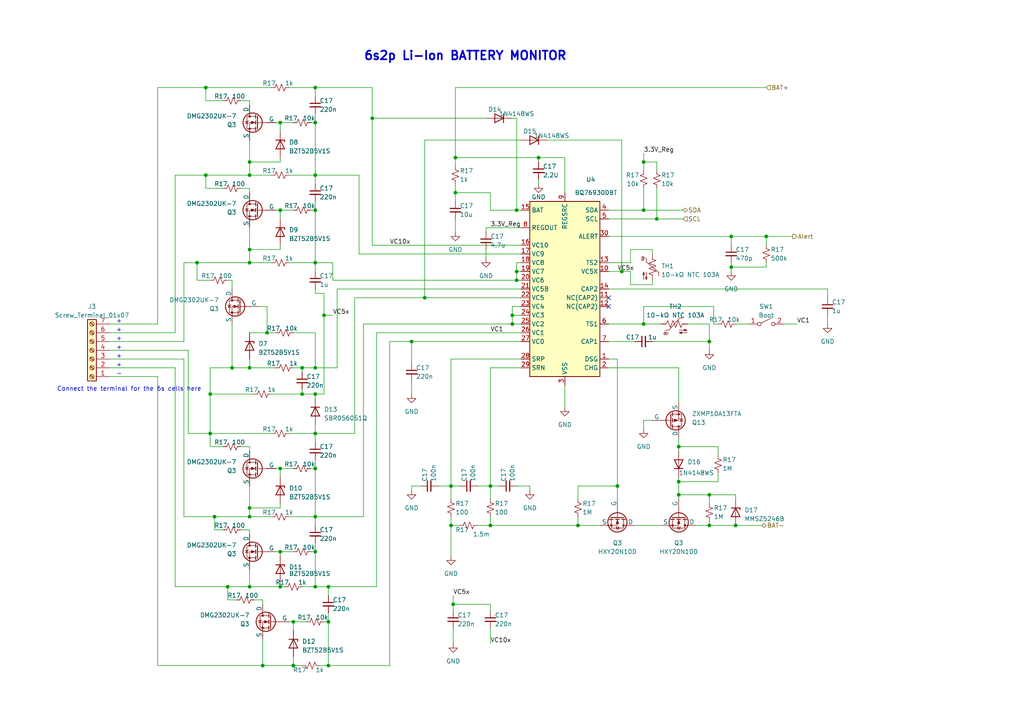
<source format=kicad_sch>
(kicad_sch (version 20230121) (generator eeschema)
  (paper "A4")
  (junction (at 93.98 91.44))
  (junction (at 72.39 170.18))
  (junction (at 91.44 76.2))
  (junction (at 205.74 152.4))
  (junction (at 95.25 193.04))
  (junction (at 130.81 152.4))
  (junction (at 91.44 149.86))
  (junction (at 91.44 35.56))
  (junction (at 67.31 106.68))
  (junction (at 81.28 60.96))
  (junction (at 60.96 125.73))
  (junction (at 132.08 45.72))
  (junction (at 132.08 55.88))
  (junction (at 91.44 25.4))
  (junction (at 91.44 114.3))
  (junction (at 142.24 152.4))
  (junction (at 72.39 50.8))
  (junction (at 87.63 114.3))
  (junction (at 60.96 114.3))
  (junction (at 196.85 143.51))
  (junction (at 72.39 147.32))
  (junction (at 72.39 72.39))
  (junction (at 87.63 106.68))
  (junction (at 77.47 96.52))
  (junction (at 81.28 160.02))
  (junction (at 62.23 149.86))
  (junction (at 222.25 68.58))
  (junction (at 95.25 170.18))
  (junction (at 212.09 68.58))
  (junction (at 76.2 193.04))
  (junction (at 66.04 170.18))
  (junction (at 196.85 139.7))
  (junction (at 186.69 93.98))
  (junction (at 91.44 160.02))
  (junction (at 205.74 99.06))
  (junction (at 91.44 50.8))
  (junction (at 156.21 45.72))
  (junction (at 167.64 152.4))
  (junction (at 123.19 86.36))
  (junction (at 81.28 135.89))
  (junction (at 205.74 143.51))
  (junction (at 130.81 140.97))
  (junction (at 149.86 60.96))
  (junction (at 81.28 170.18))
  (junction (at 180.34 78.74))
  (junction (at 119.38 99.06))
  (junction (at 149.86 78.74))
  (junction (at 72.39 106.68))
  (junction (at 212.09 77.47))
  (junction (at 196.85 129.54))
  (junction (at 142.24 140.97))
  (junction (at 72.39 149.86))
  (junction (at 91.44 125.73))
  (junction (at 91.44 106.68))
  (junction (at 59.69 50.8))
  (junction (at 131.445 175.26))
  (junction (at 149.86 81.28))
  (junction (at 190.5 63.5))
  (junction (at 148.59 91.44))
  (junction (at 213.36 152.4))
  (junction (at 59.69 25.4))
  (junction (at 85.09 180.34))
  (junction (at 95.25 180.34))
  (junction (at 91.44 135.89))
  (junction (at 91.44 60.96))
  (junction (at 57.15 76.2))
  (junction (at 186.69 46.99))
  (junction (at 107.95 34.29))
  (junction (at 85.09 193.04))
  (junction (at 72.39 76.2))
  (junction (at 186.69 60.96))
  (junction (at 81.28 35.56))
  (junction (at 72.39 46.99))
  (junction (at 91.44 170.18))
  (junction (at 179.07 140.97))
  (junction (at 148.59 93.98))
  (no_connect (at 176.53 86.36))
  (no_connect (at 176.53 88.9))
  (wire (pts (xy 91.44 60.96) (xy 90.17 60.96)))
  (wire (pts (xy 81.28 72.39) (xy 72.39 72.39)))
  (wire (pts (xy 53.34 104.14) (xy 31.75 104.14)))
  (wire (pts (xy 60.96 114.3) (xy 60.96 125.73)))
  (wire (pts (xy 73.66 173.99) (xy 76.2 173.99)))
  (wire (pts (xy 81.28 147.32) (xy 72.39 147.32)))
  (wire (pts (xy 83.82 125.73) (xy 91.44 125.73)))
  (wire (pts (xy 196.85 143.51) (xy 196.85 144.78)))
  (wire (pts (xy 91.44 125.73) (xy 91.44 128.27)))
  (wire (pts (xy 91.44 149.86) (xy 91.44 152.4)))
  (wire (pts (xy 80.01 135.89) (xy 81.28 135.89)))
  (wire (pts (xy 45.72 109.22) (xy 45.72 193.04)))
  (wire (pts (xy 213.36 93.98) (xy 217.17 93.98)))
  (wire (pts (xy 60.96 81.28) (xy 57.15 81.28)))
  (wire (pts (xy 72.39 54.61) (xy 72.39 55.88)))
  (wire (pts (xy 151.13 78.74) (xy 149.86 78.74)))
  (wire (pts (xy 85.09 182.88) (xy 85.09 180.34)))
  (wire (pts (xy 72.39 50.8) (xy 78.74 50.8)))
  (wire (pts (xy 132.08 45.72) (xy 156.21 45.72)))
  (wire (pts (xy 53.34 149.86) (xy 62.23 149.86)))
  (wire (pts (xy 72.39 106.68) (xy 80.01 106.68)))
  (wire (pts (xy 205.74 146.05) (xy 205.74 143.51)))
  (wire (pts (xy 53.34 99.06) (xy 53.34 76.2)))
  (wire (pts (xy 45.72 25.4) (xy 59.69 25.4)))
  (wire (pts (xy 189.23 82.55) (xy 182.88 82.55)))
  (wire (pts (xy 59.69 50.8) (xy 59.69 54.61)))
  (wire (pts (xy 186.69 46.99) (xy 186.69 49.53)))
  (wire (pts (xy 104.14 73.66) (xy 104.14 50.8)))
  (wire (pts (xy 142.24 140.97) (xy 142.24 144.78)))
  (wire (pts (xy 102.87 125.73) (xy 91.44 125.73)))
  (wire (pts (xy 73.66 114.3) (xy 60.96 114.3)))
  (wire (pts (xy 205.74 152.4) (xy 201.93 152.4)))
  (wire (pts (xy 207.01 93.98) (xy 207.01 88.9)))
  (wire (pts (xy 104.14 50.8) (xy 91.44 50.8)))
  (wire (pts (xy 196.85 106.68) (xy 196.85 116.84)))
  (wire (pts (xy 54.61 125.73) (xy 60.96 125.73)))
  (wire (pts (xy 64.77 153.67) (xy 62.23 153.67)))
  (wire (pts (xy 186.69 44.45) (xy 186.69 46.99)))
  (wire (pts (xy 77.47 88.9) (xy 77.47 96.52)))
  (wire (pts (xy 57.15 76.2) (xy 72.39 76.2)))
  (wire (pts (xy 31.75 109.22) (xy 45.72 109.22)))
  (wire (pts (xy 151.13 104.14) (xy 130.81 104.14)))
  (wire (pts (xy 208.28 129.54) (xy 196.85 129.54)))
  (wire (pts (xy 81.28 146.05) (xy 81.28 147.32)))
  (wire (pts (xy 104.14 73.66) (xy 151.13 73.66)))
  (wire (pts (xy 93.98 114.3) (xy 91.44 114.3)))
  (wire (pts (xy 167.64 149.86) (xy 167.64 152.4)))
  (wire (pts (xy 176.53 76.2) (xy 182.88 76.2)))
  (wire (pts (xy 91.44 35.56) (xy 91.44 50.8)))
  (wire (pts (xy 205.74 143.51) (xy 213.36 143.51)))
  (wire (pts (xy 77.47 96.52) (xy 80.01 96.52)))
  (wire (pts (xy 132.08 63.5) (xy 132.08 67.31)))
  (wire (pts (xy 186.69 88.9) (xy 186.69 93.98)))
  (wire (pts (xy 153.67 142.24) (xy 153.67 140.97)))
  (wire (pts (xy 50.8 170.18) (xy 66.04 170.18)))
  (wire (pts (xy 87.63 114.3) (xy 91.44 114.3)))
  (wire (pts (xy 62.23 149.86) (xy 72.39 149.86)))
  (wire (pts (xy 156.21 45.72) (xy 156.21 46.99)))
  (wire (pts (xy 85.09 106.68) (xy 87.63 106.68)))
  (wire (pts (xy 208.28 93.98) (xy 207.01 93.98)))
  (wire (pts (xy 123.19 86.36) (xy 151.13 86.36)))
  (wire (pts (xy 91.44 170.18) (xy 95.25 170.18)))
  (wire (pts (xy 76.2 173.99) (xy 76.2 175.26)))
  (wire (pts (xy 205.74 151.13) (xy 205.74 152.4)))
  (wire (pts (xy 196.85 129.54) (xy 196.85 130.81)))
  (wire (pts (xy 132.08 55.88) (xy 132.08 58.42)))
  (wire (pts (xy 107.95 71.12) (xy 151.13 71.12)))
  (wire (pts (xy 176.53 99.06) (xy 184.15 99.06)))
  (wire (pts (xy 132.08 53.34) (xy 132.08 55.88)))
  (wire (pts (xy 140.97 72.39) (xy 140.97 74.93)))
  (wire (pts (xy 113.03 99.06) (xy 113.03 193.04)))
  (wire (pts (xy 91.44 123.19) (xy 91.44 125.73)))
  (wire (pts (xy 138.43 152.4) (xy 142.24 152.4)))
  (wire (pts (xy 96.52 76.2) (xy 91.44 76.2)))
  (wire (pts (xy 142.24 149.86) (xy 142.24 152.4)))
  (wire (pts (xy 176.53 63.5) (xy 190.5 63.5)))
  (wire (pts (xy 91.44 85.09) (xy 93.98 85.09)))
  (wire (pts (xy 60.96 125.73) (xy 60.96 129.54)))
  (wire (pts (xy 113.03 193.04) (xy 95.25 193.04)))
  (wire (pts (xy 148.59 88.9) (xy 148.59 91.44)))
  (wire (pts (xy 130.81 104.14) (xy 130.81 140.97)))
  (wire (pts (xy 78.74 114.3) (xy 87.63 114.3)))
  (wire (pts (xy 132.08 48.26) (xy 132.08 45.72)))
  (wire (pts (xy 182.88 72.39) (xy 189.23 72.39)))
  (wire (pts (xy 107.95 34.29) (xy 140.97 34.29)))
  (wire (pts (xy 222.25 76.2) (xy 222.25 77.47)))
  (wire (pts (xy 148.59 91.44) (xy 151.13 91.44)))
  (wire (pts (xy 76.2 193.04) (xy 85.09 193.04)))
  (wire (pts (xy 72.39 165.1) (xy 72.39 170.18)))
  (wire (pts (xy 72.39 153.67) (xy 72.39 154.94)))
  (wire (pts (xy 229.87 68.58) (xy 222.25 68.58)))
  (wire (pts (xy 158.75 40.64) (xy 180.34 40.64)))
  (wire (pts (xy 167.64 144.78) (xy 167.64 140.97)))
  (wire (pts (xy 213.36 152.4) (xy 220.98 152.4)))
  (wire (pts (xy 93.98 91.44) (xy 93.98 114.3)))
  (wire (pts (xy 163.83 111.76) (xy 163.83 118.11)))
  (wire (pts (xy 91.44 160.02) (xy 91.44 157.48)))
  (wire (pts (xy 83.82 76.2) (xy 91.44 76.2)))
  (wire (pts (xy 107.95 34.29) (xy 107.95 71.12)))
  (wire (pts (xy 91.44 50.8) (xy 91.44 53.34)))
  (wire (pts (xy 176.53 106.68) (xy 196.85 106.68)))
  (wire (pts (xy 167.64 152.4) (xy 173.99 152.4)))
  (wire (pts (xy 189.23 99.06) (xy 205.74 99.06)))
  (wire (pts (xy 131.445 172.72) (xy 131.445 175.26)))
  (wire (pts (xy 91.44 60.96) (xy 91.44 76.2)))
  (wire (pts (xy 186.69 60.96) (xy 198.12 60.96)))
  (wire (pts (xy 69.85 29.21) (xy 72.39 29.21)))
  (wire (pts (xy 151.13 96.52) (xy 109.22 96.52)))
  (wire (pts (xy 97.79 106.68) (xy 91.44 106.68)))
  (wire (pts (xy 96.52 81.28) (xy 96.52 76.2)))
  (wire (pts (xy 31.75 101.6) (xy 54.61 101.6)))
  (wire (pts (xy 80.01 160.02) (xy 81.28 160.02)))
  (wire (pts (xy 142.24 175.26) (xy 131.445 175.26)))
  (wire (pts (xy 240.03 86.36) (xy 240.03 83.82)))
  (wire (pts (xy 121.92 140.97) (xy 119.38 140.97)))
  (wire (pts (xy 81.28 60.96) (xy 85.09 60.96)))
  (wire (pts (xy 93.98 180.34) (xy 95.25 180.34)))
  (wire (pts (xy 186.69 54.61) (xy 186.69 60.96)))
  (wire (pts (xy 240.03 83.82) (xy 176.53 83.82)))
  (wire (pts (xy 140.97 66.04) (xy 140.97 67.31)))
  (wire (pts (xy 91.44 25.4) (xy 83.82 25.4)))
  (wire (pts (xy 95.25 180.34) (xy 95.25 177.8)))
  (wire (pts (xy 105.41 149.86) (xy 91.44 149.86)))
  (wire (pts (xy 176.53 60.96) (xy 186.69 60.96)))
  (wire (pts (xy 148.59 91.44) (xy 148.59 93.98)))
  (wire (pts (xy 109.22 170.18) (xy 95.25 170.18)))
  (wire (pts (xy 130.81 140.97) (xy 133.35 140.97)))
  (wire (pts (xy 91.44 135.89) (xy 91.44 149.86)))
  (wire (pts (xy 72.39 106.68) (xy 67.31 106.68)))
  (wire (pts (xy 85.09 193.04) (xy 85.09 190.5)))
  (wire (pts (xy 119.38 99.06) (xy 119.38 105.41)))
  (wire (pts (xy 142.24 60.96) (xy 142.24 55.88)))
  (wire (pts (xy 96.52 81.28) (xy 149.86 81.28)))
  (wire (pts (xy 148.59 34.29) (xy 149.86 34.29)))
  (wire (pts (xy 72.39 76.2) (xy 78.74 76.2)))
  (wire (pts (xy 131.445 175.26) (xy 131.445 177.165)))
  (wire (pts (xy 72.39 66.04) (xy 72.39 72.39)))
  (wire (pts (xy 148.59 93.98) (xy 151.13 93.98)))
  (wire (pts (xy 186.69 93.98) (xy 191.77 93.98)))
  (wire (pts (xy 107.95 25.4) (xy 91.44 25.4)))
  (wire (pts (xy 72.39 170.18) (xy 81.28 170.18)))
  (wire (pts (xy 93.98 85.09) (xy 93.98 91.44)))
  (wire (pts (xy 93.98 91.44) (xy 96.52 91.44)))
  (wire (pts (xy 50.8 106.68) (xy 50.8 170.18)))
  (wire (pts (xy 190.5 46.99) (xy 186.69 46.99)))
  (wire (pts (xy 151.13 88.9) (xy 148.59 88.9)))
  (wire (pts (xy 186.69 121.92) (xy 186.69 124.46)))
  (wire (pts (xy 91.44 83.82) (xy 91.44 85.09)))
  (wire (pts (xy 91.44 58.42) (xy 91.44 60.96)))
  (wire (pts (xy 87.63 106.68) (xy 91.44 106.68)))
  (wire (pts (xy 81.28 46.99) (xy 72.39 46.99)))
  (wire (pts (xy 151.13 66.04) (xy 140.97 66.04)))
  (wire (pts (xy 57.15 81.28) (xy 57.15 76.2)))
  (wire (pts (xy 107.95 25.4) (xy 107.95 34.29)))
  (wire (pts (xy 167.64 140.97) (xy 179.07 140.97)))
  (wire (pts (xy 208.28 132.08) (xy 208.28 129.54)))
  (wire (pts (xy 67.31 106.68) (xy 60.96 106.68)))
  (wire (pts (xy 102.87 86.36) (xy 102.87 125.73)))
  (wire (pts (xy 119.38 140.97) (xy 119.38 142.24)))
  (wire (pts (xy 81.28 138.43) (xy 81.28 135.89)))
  (wire (pts (xy 184.15 152.4) (xy 191.77 152.4)))
  (wire (pts (xy 66.04 81.28) (xy 67.31 81.28)))
  (wire (pts (xy 91.44 35.56) (xy 91.44 33.02)))
  (wire (pts (xy 207.01 88.9) (xy 186.69 88.9)))
  (wire (pts (xy 81.28 35.56) (xy 85.09 35.56)))
  (wire (pts (xy 190.5 63.5) (xy 198.12 63.5)))
  (wire (pts (xy 142.24 177.165) (xy 142.24 175.26)))
  (wire (pts (xy 90.17 160.02) (xy 91.44 160.02)))
  (wire (pts (xy 81.28 170.18) (xy 82.55 170.18)))
  (wire (pts (xy 240.03 91.44) (xy 240.03 93.98)))
  (wire (pts (xy 180.34 40.64) (xy 180.34 78.74)))
  (wire (pts (xy 45.72 193.04) (xy 76.2 193.04)))
  (wire (pts (xy 31.75 106.68) (xy 50.8 106.68)))
  (wire (pts (xy 91.44 135.89) (xy 91.44 133.35)))
  (wire (pts (xy 142.24 140.97) (xy 144.78 140.97)))
  (wire (pts (xy 74.93 88.9) (xy 77.47 88.9)))
  (wire (pts (xy 212.09 76.2) (xy 212.09 77.47)))
  (wire (pts (xy 222.25 68.58) (xy 222.25 71.12)))
  (wire (pts (xy 67.31 81.28) (xy 67.31 83.82)))
  (wire (pts (xy 149.86 60.96) (xy 142.24 60.96)))
  (wire (pts (xy 81.28 161.29) (xy 81.28 160.02)))
  (wire (pts (xy 190.5 54.61) (xy 190.5 63.5)))
  (wire (pts (xy 119.38 99.06) (xy 113.03 99.06)))
  (wire (pts (xy 69.85 153.67) (xy 72.39 153.67)))
  (wire (pts (xy 179.07 104.14) (xy 179.07 140.97)))
  (wire (pts (xy 130.81 149.86) (xy 130.81 152.4)))
  (wire (pts (xy 53.34 104.14) (xy 53.34 149.86)))
  (wire (pts (xy 189.23 81.28) (xy 189.23 82.55)))
  (wire (pts (xy 72.39 149.86) (xy 78.74 149.86)))
  (wire (pts (xy 156.21 52.07) (xy 156.21 53.34)))
  (wire (pts (xy 68.58 173.99) (xy 66.04 173.99)))
  (wire (pts (xy 72.39 46.99) (xy 72.39 50.8)))
  (wire (pts (xy 90.17 35.56) (xy 91.44 35.56)))
  (wire (pts (xy 196.85 138.43) (xy 196.85 139.7)))
  (wire (pts (xy 91.44 76.2) (xy 91.44 78.74)))
  (wire (pts (xy 60.96 129.54) (xy 64.77 129.54)))
  (wire (pts (xy 72.39 140.97) (xy 72.39 147.32)))
  (wire (pts (xy 153.67 140.97) (xy 149.86 140.97)))
  (wire (pts (xy 213.36 144.78) (xy 213.36 143.51)))
  (wire (pts (xy 208.28 139.7) (xy 196.85 139.7)))
  (wire (pts (xy 130.81 152.4) (xy 130.81 161.29)))
  (wire (pts (xy 151.13 40.64) (xy 123.19 40.64)))
  (wire (pts (xy 87.63 113.03) (xy 87.63 114.3)))
  (wire (pts (xy 72.39 29.21) (xy 72.39 30.48)))
  (wire (pts (xy 105.41 93.98) (xy 148.59 93.98)))
  (wire (pts (xy 127 140.97) (xy 130.81 140.97)))
  (wire (pts (xy 81.28 45.72) (xy 81.28 46.99)))
  (wire (pts (xy 151.13 60.96) (xy 149.86 60.96)))
  (wire (pts (xy 176.53 93.98) (xy 186.69 93.98)))
  (wire (pts (xy 81.28 71.12) (xy 81.28 72.39)))
  (wire (pts (xy 142.24 182.245) (xy 142.24 186.69)))
  (wire (pts (xy 83.82 149.86) (xy 91.44 149.86)))
  (wire (pts (xy 212.09 68.58) (xy 222.25 68.58)))
  (wire (pts (xy 69.85 54.61) (xy 72.39 54.61)))
  (wire (pts (xy 95.25 193.04) (xy 92.71 193.04)))
  (wire (pts (xy 149.86 78.74) (xy 149.86 76.2)))
  (wire (pts (xy 64.77 54.61) (xy 59.69 54.61)))
  (wire (pts (xy 31.75 99.06) (xy 53.34 99.06)))
  (wire (pts (xy 149.86 34.29) (xy 149.86 60.96)))
  (wire (pts (xy 59.69 50.8) (xy 72.39 50.8)))
  (wire (pts (xy 59.69 25.4) (xy 78.74 25.4)))
  (wire (pts (xy 81.28 35.56) (xy 81.28 38.1)))
  (wire (pts (xy 212.09 68.58) (xy 176.53 68.58)))
  (wire (pts (xy 196.85 139.7) (xy 196.85 143.51)))
  (wire (pts (xy 60.96 125.73) (xy 78.74 125.73)))
  (wire (pts (xy 54.61 101.6) (xy 54.61 125.73)))
  (wire (pts (xy 95.25 180.34) (xy 95.25 193.04)))
  (wire (pts (xy 31.75 93.98) (xy 45.72 93.98)))
  (wire (pts (xy 190.5 49.53) (xy 190.5 46.99)))
  (wire (pts (xy 205.74 99.06) (xy 205.74 93.98)))
  (wire (pts (xy 81.28 170.18) (xy 81.28 168.91)))
  (wire (pts (xy 66.04 173.99) (xy 66.04 170.18)))
  (wire (pts (xy 123.19 40.64) (xy 123.19 86.36)))
  (wire (pts (xy 151.13 106.68) (xy 142.24 106.68)))
  (wire (pts (xy 131.445 182.245) (xy 131.445 186.69)))
  (wire (pts (xy 97.79 83.82) (xy 151.13 83.82)))
  (wire (pts (xy 196.85 127) (xy 196.85 129.54)))
  (wire (pts (xy 80.01 60.96) (xy 81.28 60.96)))
  (wire (pts (xy 62.23 153.67) (xy 62.23 149.86)))
  (wire (pts (xy 222.25 77.47) (xy 212.09 77.47)))
  (wire (pts (xy 142.24 55.88) (xy 132.08 55.88)))
  (wire (pts (xy 60.96 106.68) (xy 60.96 114.3)))
  (wire (pts (xy 83.82 50.8) (xy 91.44 50.8)))
  (wire (pts (xy 189.23 121.92) (xy 186.69 121.92)))
  (wire (pts (xy 132.08 25.4) (xy 222.25 25.4)))
  (wire (pts (xy 119.38 110.49) (xy 119.38 114.3)))
  (wire (pts (xy 97.79 83.82) (xy 97.79 106.68)))
  (wire (pts (xy 130.81 152.4) (xy 133.35 152.4)))
  (wire (pts (xy 205.74 152.4) (xy 213.36 152.4)))
  (wire (pts (xy 66.04 170.18) (xy 72.39 170.18)))
  (wire (pts (xy 85.09 180.34) (xy 88.9 180.34)))
  (wire (pts (xy 189.23 72.39) (xy 189.23 73.66)))
  (wire (pts (xy 182.88 82.55) (xy 182.88 78.74)))
  (wire (pts (xy 132.08 45.72) (xy 132.08 25.4)))
  (wire (pts (xy 205.74 93.98) (xy 199.39 93.98)))
  (wire (pts (xy 72.39 147.32) (xy 72.39 149.86)))
  (wire (pts (xy 149.86 76.2) (xy 151.13 76.2)))
  (wire (pts (xy 91.44 27.94) (xy 91.44 25.4)))
  (wire (pts (xy 81.28 135.89) (xy 85.09 135.89)))
  (wire (pts (xy 85.09 96.52) (xy 91.44 96.52)))
  (wire (pts (xy 182.88 78.74) (xy 180.34 78.74)))
  (wire (pts (xy 196.85 143.51) (xy 205.74 143.51)))
  (wire (pts (xy 69.85 129.54) (xy 72.39 129.54)))
  (wire (pts (xy 212.09 77.47) (xy 212.09 78.74)))
  (wire (pts (xy 102.87 86.36) (xy 123.19 86.36)))
  (wire (pts (xy 45.72 93.98) (xy 45.72 25.4)))
  (wire (pts (xy 72.39 104.14) (xy 72.39 106.68)))
  (wire (pts (xy 53.34 76.2) (xy 57.15 76.2)))
  (wire (pts (xy 149.86 81.28) (xy 151.13 81.28)))
  (wire (pts (xy 76.2 185.42) (xy 76.2 193.04)))
  (wire (pts (xy 227.33 93.98) (xy 231.14 93.98)))
  (wire (pts (xy 90.17 135.89) (xy 91.44 135.89)))
  (wire (pts (xy 67.31 93.98) (xy 67.31 106.68)))
  (wire (pts (xy 180.34 78.74) (xy 176.53 78.74)))
  (wire (pts (xy 179.07 140.97) (xy 179.07 144.78)))
  (wire (pts (xy 176.53 104.14) (xy 179.07 104.14)))
  (wire (pts (xy 72.39 96.52) (xy 77.47 96.52)))
  (wire (pts (xy 81.28 60.96) (xy 81.28 63.5)))
  (wire (pts (xy 72.39 129.54) (xy 72.39 130.81)))
  (wire (pts (xy 91.44 96.52) (xy 91.44 106.68)))
  (wire (pts (xy 72.39 40.64) (xy 72.39 46.99)))
  (wire (pts (xy 59.69 29.21) (xy 59.69 25.4)))
  (wire (pts (xy 142.24 152.4) (xy 167.64 152.4)))
  (wire (pts (xy 109.22 96.52) (xy 109.22 170.18)))
  (wire (pts (xy 182.88 76.2) (xy 182.88 72.39)))
  (wire (pts (xy 31.75 96.52) (xy 50.8 96.52)))
  (wire (pts (xy 151.13 99.06) (xy 119.38 99.06)))
  (wire (pts (xy 91.44 160.02) (xy 91.44 170.18)))
  (wire (pts (xy 50.8 96.52) (xy 50.8 50.8)))
  (wire (pts (xy 50.8 50.8) (xy 59.69 50.8)))
  (wire (pts (xy 95.25 170.18) (xy 95.25 172.72)))
  (wire (pts (xy 87.63 170.18) (xy 91.44 170.18)))
  (wire (pts (xy 87.63 106.68) (xy 87.63 107.95)))
  (wire (pts (xy 72.39 72.39) (xy 72.39 76.2)))
  (wire (pts (xy 81.28 160.02) (xy 85.09 160.02)))
  (wire (pts (xy 83.82 180.34) (xy 85.09 180.34)))
  (wire (pts (xy 130.81 140.97) (xy 130.81 144.78)))
  (wire (pts (xy 64.77 29.21) (xy 59.69 29.21)))
  (wire (pts (xy 142.24 106.68) (xy 142.24 140.97)))
  (wire (pts (xy 208.28 137.16) (xy 208.28 139.7)))
  (wire (pts (xy 212.09 71.12) (xy 212.09 68.58)))
  (wire (pts (xy 138.43 140.97) (xy 142.24 140.97)))
  (wire (pts (xy 149.86 78.74) (xy 149.86 81.28)))
  (wire (pts (xy 205.74 99.06) (xy 205.74 101.6)))
  (wire (pts (xy 163.83 45.72) (xy 156.21 45.72)))
  (wire (pts (xy 163.83 55.88) (xy 163.83 45.72)))
  (wire (pts (xy 105.41 93.98) (xy 105.41 149.86)))
  (wire (pts (xy 87.63 193.04) (xy 85.09 193.04)))
  (wire (pts (xy 80.01 35.56) (xy 81.28 35.56)))
  (wire (pts (xy 91.44 114.3) (xy 91.44 115.57)))
  (text "+" (at 33.655 104.14 0) (effects (font (size 1.27 1.27)) (justify left bottom)))
  (text "+" (at 33.655 106.68 0) (effects (font (size 1.27 1.27)) (justify left bottom)))
  (text "6s2p Li-Ion BATTERY MONITOR" (at 105.41 17.78 0) (effects (font (size 2.5 2.5) (thickness 0.5) bold) (justify left bottom)))
  (text "-" (at 33.655 109.22 0) (effects (font (size 1.27 1.27)) (justify left bottom)))
  (text "+" (at 33.655 96.52 0) (effects (font (size 1.27 1.27)) (justify left bottom)))
  (text "+" (at 33.655 93.98 0) (effects (font (size 1.27 1.27)) (justify left bottom)))
  (text "Connect the terminal for the 6s cells here" (at 16.51 113.665 0) (effects (font (size 1.27 1.27)) (justify left bottom)))
  (text "+" (at 33.655 99.06 0) (effects (font (size 1.27 1.27)) (justify left bottom)))
  (text "+" (at 33.655 101.6 0) (effects (font (size 1.27 1.27)) (justify left bottom)))
  (label "VC1" (at 231.14 93.98 0))
  (label "VC5x" (at 131.445 172.72 0))
  (label "3.3V_Reg" (at 186.69 44.45 0))
  (label "VC10x" (at 142.24 186.69 0))
  (label "VC10x" (at 113.03 71.12 0))
  (label "3.3V_Reg" (at 142.24 66.04 0))
  (label "VC1" (at 142.24 96.52 0))
  (label "VC5x" (at 96.52 91.44 0))
  (label "VC5x" (at 179.07 78.74 0))
  (hierarchical_label "BAT+" (shape input) (at 222.25 25.4 0))
  (hierarchical_label "SCL" (shape input) (at 198.12 63.5 0))
  (hierarchical_label "BAT-" (shape bidirectional) (at 220.98 152.4 0))
  (hierarchical_label "SDA" (shape bidirectional) (at 198.12 60.96 0))
  (hierarchical_label "Alert" (shape output) (at 229.87 68.58 0))
  (symbol (lib_id "Device:R_Small_US") (at 130.81 147.32 0) (unit 1)
    (property "Reference" "R17" (at 132.08 146.05 0) (effects (justify left)))
    (property "Value" "100" (at 132.08 148.59 0) (effects (justify left)))
    (property "Footprint" "Resistor_SMD:R_0603_1608Metric" (effects hide))
    (property "Datasheet" "MR06X1000FTL" (effects hide))
    (instances (project "48V-PV_Battery_charge_&_monitor" (path "" (reference "R17") (unit 1)) (path "" (reference "R44") (unit 1))))
  )
  (symbol (lib_id "power:GND") (at 119.38 142.24 0) (unit 1)
    (property "Reference" "#PWR024" (effects hide))
    (property "Value" "GND" (at 119.38 147.32 0))
  )
  (symbol (lib_id "Device:R_Small_US") (at 81.28 125.73 90) (unit 1)
    (property "Reference" "R17" (at 80.01 124.46 90) (effects (justify left)))
    (property "Value" "1k" (at 85.09 124.46 90) (effects (justify left)))
    (property "Footprint" "Resistor_SMD:R_0402_1005Metric" (effects hide))
    (instances (project "48V-PV_Battery_charge_&_monitor" (path "" (reference "R17") (unit 1)) (path "" (reference "R33") (unit 1))))
  )
  (symbol (lib_id "Device:R_Small_US") (at 142.24 147.32 0) (unit 1)
    (property "Reference" "R17" (at 143.51 146.05 0) (effects (justify left)))
    (property "Value" "100" (at 143.51 148.59 0) (effects (justify left)))
    (property "Footprint" "Resistor_SMD:R_0603_1608Metric" (effects hide))
    (property "Datasheet" "MR06X1000FTL" (effects hide))
    (instances (project "48V-PV_Battery_charge_&_monitor" (path "" (reference "R17") (unit 1)) (path "" (reference "R47") (unit 1))))
  )
  (symbol (lib_id "Device:C_Small") (at 186.69 99.06 90) (unit 1)
    (property "Reference" "C17" (at 185.42 97.79 90) (effects (justify left)))
    (property "Value" "1u" (at 190.5 97.79 90) (effects (justify left)))
    (property "Footprint" "Capacitor_SMD:C_0402_1005Metric" (effects hide))
    (instances (project "48V-PV_Battery_charge_&_monitor" (path "" (reference "C17") (unit 1)) (path "" (reference "C44") (unit 1))))
  )
  (symbol (lib_id "power:GND") (at 130.81 161.29 0) (unit 1)
    (property "Reference" "#PWR025" (effects hide))
    (property "Value" "GND" (at 130.81 166.37 0))
  )
  (symbol (lib_id "Device:C_Small") (at 212.09 73.66 0) (unit 1)
    (property "Reference" "C17" (at 213.36 72.39 0) (effects (justify left)))
    (property "Value" "470p" (at 213.36 74.93 0) (effects (justify left)))
    (property "Footprint" "Capacitor_SMD:C_0603_1608Metric" (effects hide))
    (instances (project "48V-PV_Battery_charge_&_monitor" (path "" (reference "C17") (unit 1)) (path "" (reference "C45") (unit 1))))
  )
  (symbol (lib_id "Device:R_Small_US") (at 205.74 148.59 0) (unit 1)
    (property "Reference" "R17" (at 207.01 147.32 0) (effects (justify left)))
    (property "Value" "1M" (at 207.01 149.86 0) (effects (justify left)))
    (property "Footprint" "Resistor_SMD:R_0402_1005Metric" (effects hide))
    (instances (project "48V-PV_Battery_charge_&_monitor" (path "" (reference "R17") (unit 1)) (path "" (reference "R51") (unit 1))))
  )
  (symbol (lib_id "Device:D_Zener") (at 72.39 100.33 270) (unit 1)
    (property "Reference" "D7" (at 74.93 99.695 90) (effects (justify left)))
    (property "Value" "BZT52B5V1S" (at 74.93 102.235 90) (effects (justify left)))
    (property "Footprint" "Diode_SMD:D_SOD-323" (effects hide))
  )
  (symbol (lib_id "power:GND") (at 163.83 118.11 0) (unit 1)
    (property "Reference" "#PWR031" (effects hide))
    (property "Value" "GND" (at 163.83 123.19 0))
  )
  (symbol (lib_id "Device:R_Small_US") (at 82.55 106.68 90) (unit 1)
    (property "Reference" "R17" (at 81.28 105.41 90) (effects (justify left)))
    (property "Value" "1k" (at 86.36 105.41 90) (effects (justify left)))
    (property "Footprint" "Resistor_SMD:R_0402_1005Metric" (effects hide))
    (instances (project "48V-PV_Battery_charge_&_monitor" (path "" (reference "R17") (unit 1)) (path "" (reference "R36") (unit 1))))
  )
  (symbol (lib_id "Device:C_Small") (at 142.24 179.705 0) (unit 1)
    (property "Reference" "C17" (at 143.51 178.435 0) (effects (justify left)))
    (property "Value" "220n" (at 143.51 180.975 0) (effects (justify left)))
    (property "Footprint" "Capacitor_SMD:C_0402_1005Metric" (effects hide))
    (instances (project "48V-PV_Battery_charge_&_monitor" (path "" (reference "C17") (unit 1)) (path "" (reference "C41") (unit 1))))
  )
  (symbol (lib_id "Device:R_Small_US") (at 71.12 173.99 90) (unit 1)
    (property "Reference" "R17" (at 69.85 172.72 90) (effects (justify left)))
    (property "Value" "100" (at 74.93 172.72 90) (effects (justify left)))
    (property "Footprint" "Resistor_SMD:R_0603_1608Metric" (effects hide))
    (property "Datasheet" "MR06X1000FTL" (effects hide))
    (instances (project "48V-PV_Battery_charge_&_monitor" (path "" (reference "R17") (unit 1)) (path "" (reference "R28") (unit 1))))
  )
  (symbol (lib_id "Simulation_SPICE:NMOS") (at 69.85 88.9 0) (mirror y) (unit 1)
    (property "Reference" "Q3" (at 63.5 89.535 0) (effects (justify left)))
    (property "Value" "DMG2302UK-7" (at 63.5 86.995 0) (effects (justify left)))
    (property "Footprint" "Package_TO_SOT_SMD:SOT-23" (effects hide))
    (property "Datasheet" "https://ngspice.sourceforge.io/docs/ngspice-manual.pdf" (effects hide))
    (property "Sim.Device" "NMOS" (effects hide))
    (property "Sim.Type" "VDMOS" (effects hide))
    (property "Sim.Pins" "1=D 2=G 3=S" (effects hide))
    (instances (project "48V-PV_Battery_charge_&_monitor" (path "" (reference "Q3") (unit 1)) (path "" (reference "Q6") (unit 1))))
  )
  (symbol (lib_id "Simulation_SPICE:NMOS") (at 74.93 135.89 0) (mirror y) (unit 1)
    (property "Reference" "Q3" (at 68.58 136.525 0) (effects (justify left)))
    (property "Value" "DMG2302UK-7" (at 68.58 133.985 0) (effects (justify left)))
    (property "Footprint" "Package_TO_SOT_SMD:SOT-23" (effects hide))
    (property "Datasheet" "https://ngspice.sourceforge.io/docs/ngspice-manual.pdf" (effects hide))
    (property "Sim.Device" "NMOS" (effects hide))
    (property "Sim.Type" "VDMOS" (effects hide))
    (property "Sim.Pins" "1=D 2=G 3=S" (effects hide))
    (instances (project "48V-PV_Battery_charge_&_monitor" (path "" (reference "Q3") (unit 1)) (path "" (reference "Q9") (unit 1))))
  )
  (symbol (lib_id "Device:R_Small_US") (at 167.64 147.32 0) (unit 1)
    (property "Reference" "R17" (at 168.91 146.05 0) (effects (justify left)))
    (property "Value" "1M" (at 168.91 148.59 0) (effects (justify left)))
    (property "Footprint" "Resistor_SMD:R_0402_1005Metric" (effects hide))
    (instances (project "48V-PV_Battery_charge_&_monitor" (path "" (reference "R17") (unit 1)) (path "" (reference "R48") (unit 1))))
  )
  (symbol (lib_id "Simulation_SPICE:NMOS") (at 74.93 160.02 0) (mirror y) (unit 1)
    (property "Reference" "Q3" (at 68.58 160.655 0) (effects (justify left)))
    (property "Value" "DMG2302UK-7" (at 68.58 158.115 0) (effects (justify left)))
    (property "Footprint" "Package_TO_SOT_SMD:SOT-23" (effects hide))
    (property "Datasheet" "https://ngspice.sourceforge.io/docs/ngspice-manual.pdf" (effects hide))
    (property "Sim.Device" "NMOS" (effects hide))
    (property "Sim.Type" "VDMOS" (effects hide))
    (property "Sim.Pins" "1=D 2=G 3=S" (effects hide))
    (instances (project "48V-PV_Battery_charge_&_monitor" (path "" (reference "Q3") (unit 1)) (path "" (reference "Q10") (unit 1))))
  )
  (symbol (lib_id "Device:R_Small_US") (at 67.31 54.61 90) (unit 1)
    (property "Reference" "R17" (at 66.04 53.34 90) (effects (justify left)))
    (property "Value" "100" (at 71.12 53.34 90) (effects (justify left)))
    (property "Footprint" "Resistor_SMD:R_0603_1608Metric" (effects hide))
    (property "Datasheet" "MR06X1000FTL" (effects hide))
    (instances (project "48V-PV_Battery_charge_&_monitor" (path "" (reference "R17") (unit 1)) (path "" (reference "R25") (unit 1))))
  )
  (symbol (lib_id "Device:C_Small") (at 87.63 110.49 0) (unit 1)
    (property "Reference" "C17" (at 88.9 109.22 0) (effects (justify left)))
    (property "Value" "220n" (at 88.9 111.76 0) (effects (justify left)))
    (property "Footprint" "Capacitor_SMD:C_0402_1005Metric" (effects hide))
    (instances (project "48V-PV_Battery_charge_&_monitor" (path "" (reference "C17") (unit 1)) (path "" (reference "C28") (unit 1))))
  )
  (symbol (lib_id "Device:R_Small_US") (at 87.63 135.89 90) (unit 1)
    (property "Reference" "R17" (at 86.36 134.62 90) (effects (justify left)))
    (property "Value" "10k" (at 91.44 134.62 90) (effects (justify left)))
    (property "Footprint" "Resistor_SMD:R_0402_1005Metric" (effects hide))
    (instances (project "48V-PV_Battery_charge_&_monitor" (path "" (reference "R17") (unit 1)) (path "" (reference "R40") (unit 1))))
  )
  (symbol (lib_id "Device:R_Small_US") (at 208.28 134.62 0) (unit 1)
    (property "Reference" "R17" (at 209.55 133.35 0) (effects (justify left)))
    (property "Value" "1M" (at 209.55 135.89 0) (effects (justify left)))
    (property "Footprint" "Resistor_SMD:R_0402_1005Metric" (effects hide))
    (instances (project "48V-PV_Battery_charge_&_monitor" (path "" (reference "R17") (unit 1)) (path "" (reference "R52") (unit 1))))
  )
  (symbol (lib_id "Device:C_Small") (at 91.44 30.48 0) (unit 1)
    (property "Reference" "C17" (at 92.71 29.21 0) (effects (justify left)))
    (property "Value" "220n" (at 92.71 31.75 0) (effects (justify left)))
    (property "Footprint" "Capacitor_SMD:C_0402_1005Metric" (effects hide))
    (instances (project "48V-PV_Battery_charge_&_monitor" (path "" (reference "C17") (unit 1)) (path "" (reference "C29") (unit 1))))
  )
  (symbol (lib_id "Device:R_Small_US") (at 186.69 52.07 0) (mirror y) (unit 1)
    (property "Reference" "R17" (at 185.42 50.8 0) (effects (justify left)))
    (property "Value" "10k" (at 185.42 53.34 0) (effects (justify left)))
    (property "Footprint" "Resistor_SMD:R_0402_1005Metric" (effects hide))
    (instances (project "48V-PV_Battery_charge_&_monitor" (path "" (reference "R17") (unit 1)) (path "" (reference "R49") (unit 1))))
  )
  (symbol (lib_id "power:GND") (at 156.21 53.34 0) (unit 1)
    (property "Reference" "#PWR030" (effects hide))
    (property "Value" "GND" (at 156.21 57.15 0))
  )
  (symbol (lib_id "Device:D") (at 196.85 134.62 90) (unit 1)
    (property "Reference" "D16" (at 199.39 133.985 90) (effects (justify right)))
    (property "Value" "1N4148WS\n" (at 196.85 137.16 90) (effects (justify right)))
    (property "Footprint" "Diode_SMD:D_SOD-323" (effects hide))
    (property "Sim.Device" "D" (effects hide))
    (property "Sim.Pins" "1=K 2=A" (effects hide))
  )
  (symbol (lib_id "Device:R_Small_US") (at 81.28 76.2 90) (unit 1)
    (property "Reference" "R17" (at 80.01 74.93 90) (effects (justify left)))
    (property "Value" "1k" (at 85.09 74.93 90) (effects (justify left)))
    (property "Footprint" "Resistor_SMD:R_0402_1005Metric" (effects hide))
    (instances (project "48V-PV_Battery_charge_&_monitor" (path "" (reference "R17") (unit 1)) (path "" (reference "R32") (unit 1))))
  )
  (symbol (lib_id "Simulation_SPICE:PMOS") (at 194.31 121.92 0) (mirror x) (unit 1)
    (property "Reference" "Q13" (at 200.66 122.555 0) (effects (justify left)))
    (property "Value" "ZXMP10A13FTA" (at 200.66 120.015 0) (effects (justify left)))
    (property "Footprint" "Package_TO_SOT_SMD:SOT-23" (effects hide))
    (property "Datasheet" "https://ngspice.sourceforge.io/docs/ngspice-manual.pdf" (effects hide))
    (property "Sim.Device" "PMOS" (effects hide))
    (property "Sim.Type" "VDMOS" (effects hide))
    (property "Sim.Pins" "1=D 2=G 3=S" (effects hide))
  )
  (symbol (lib_id "Device:C_Small") (at 140.97 69.85 0) (unit 1)
    (property "Reference" "C17" (at 142.24 68.58 0) (effects (justify left)))
    (property "Value" "4.7u" (at 142.24 71.12 0) (effects (justify left)))
    (property "Footprint" "Capacitor_SMD:C_0402_1005Metric" (effects hide))
    (instances (project "48V-PV_Battery_charge_&_monitor" (path "" (reference "C17") (unit 1)) (path "" (reference "C40") (unit 1))))
  )
  (symbol (lib_id "Device:R_Small_US") (at 91.44 180.34 90) (unit 1)
    (property "Reference" "R17" (at 90.17 179.07 90) (effects (justify left)))
    (property "Value" "10k" (at 95.25 179.07 90) (effects (justify left)))
    (property "Footprint" "Resistor_SMD:R_0402_1005Metric" (effects hide))
    (instances (project "48V-PV_Battery_charge_&_monitor" (path "" (reference "R17") (unit 1)) (path "" (reference "R43") (unit 1))))
  )
  (symbol (lib_id "Device:R_Small_US") (at 132.08 50.8 0) (unit 1)
    (property "Reference" "R17" (at 133.35 49.53 0) (effects (justify left)))
    (property "Value" "1k" (at 133.35 52.07 0) (effects (justify left)))
    (property "Footprint" "Resistor_SMD:R_0402_1005Metric" (effects hide))
    (instances (project "48V-PV_Battery_charge_&_monitor" (path "" (reference "R17") (unit 1)) (path "" (reference "R45") (unit 1))))
  )
  (symbol (lib_id "Device:R_Small_US") (at 222.25 73.66 0) (unit 1)
    (property "Reference" "R17" (at 223.52 72.39 0) (effects (justify left)))
    (property "Value" "500k" (at 223.52 74.93 0) (effects (justify left)))
    (property "Footprint" "Resistor_SMD:R_0402_1005Metric" (effects hide))
    (instances (project "48V-PV_Battery_charge_&_monitor" (path "" (reference "R17") (unit 1)) (path "" (reference "R54") (unit 1))))
  )
  (symbol (lib_id "Device:R_Small_US") (at 67.31 29.21 90) (unit 1)
    (property "Reference" "R17" (at 66.04 27.94 90) (effects (justify left)))
    (property "Value" "100" (at 71.12 27.94 90) (effects (justify left)))
    (property "Footprint" "Resistor_SMD:R_0603_1608Metric" (effects hide))
    (property "Datasheet" "MR06X1000FTL" (effects hide))
    (instances (project "48V-PV_Battery_charge_&_monitor" (path "" (reference "R17") (unit 1)) (path "" (reference "R24") (unit 1))))
  )
  (symbol (lib_id "Device:R_Small_US") (at 63.5 81.28 90) (unit 1)
    (property "Reference" "R17" (at 62.23 80.01 90) (effects (justify left)))
    (property "Value" "100" (at 67.31 80.01 90) (effects (justify left)))
    (property "Footprint" "Resistor_SMD:R_0603_1608Metric" (effects hide))
    (property "Datasheet" "MR06X1000FTL" (effects hide))
    (instances (project "48V-PV_Battery_charge_&_monitor" (path "" (reference "R17") (unit 1)) (path "" (reference "R23") (unit 1))))
  )
  (symbol (lib_id "Simulation_SPICE:NMOS") (at 74.93 35.56 0) (mirror y) (unit 1)
    (property "Reference" "Q3" (at 68.58 36.195 0) (effects (justify left)))
    (property "Value" "DMG2302UK-7" (at 68.58 33.655 0) (effects (justify left)))
    (property "Footprint" "Package_TO_SOT_SMD:SOT-23" (effects hide))
    (property "Datasheet" "https://ngspice.sourceforge.io/docs/ngspice-manual.pdf" (effects hide))
    (property "Sim.Device" "NMOS" (effects hide))
    (property "Sim.Type" "VDMOS" (effects hide))
    (property "Sim.Pins" "1=D 2=G 3=S" (effects hide))
    (instances (project "48V-PV_Battery_charge_&_monitor" (path "" (reference "Q3") (unit 1)) (path "" (reference "Q7") (unit 1))))
  )
  (symbol (lib_id "Device:D_Zener") (at 81.28 142.24 270) (unit 1)
    (property "Reference" "D10" (at 83.82 141.605 90) (effects (justify left)))
    (property "Value" "BZT52B5V1S" (at 83.82 144.145 90) (effects (justify left)))
    (property "Footprint" "Diode_SMD:D_SOD-323" (effects hide))
  )
  (symbol (lib_id "Device:C_Small") (at 91.44 154.94 0) (unit 1)
    (property "Reference" "C17" (at 92.71 153.67 0) (effects (justify left)))
    (property "Value" "220n" (at 92.71 156.21 0) (effects (justify left)))
    (property "Footprint" "Capacitor_SMD:C_0402_1005Metric" (effects hide))
    (instances (project "48V-PV_Battery_charge_&_monitor" (path "" (reference "C17") (unit 1)) (path "" (reference "C33") (unit 1))))
  )
  (symbol (lib_id "Device:R_Small_US") (at 190.5 52.07 0) (unit 1)
    (property "Reference" "R17" (at 191.77 50.8 0) (effects (justify left)))
    (property "Value" "10k" (at 191.77 53.34 0) (effects (justify left)))
    (property "Footprint" "Resistor_SMD:R_0402_1005Metric" (effects hide))
    (instances (project "48V-PV_Battery_charge_&_monitor" (path "" (reference "R17") (unit 1)) (path "" (reference "R50") (unit 1))))
  )
  (symbol (lib_id "Device:D") (at 91.44 119.38 270) (unit 1)
    (property "Reference" "D13" (at 93.98 118.745 90) (effects (justify left)))
    (property "Value" "SBR0560S1Q" (at 93.98 121.285 90) (effects (justify left)))
    (property "Footprint" "Diode_SMD:D_SOD-123" (effects hide))
    (property "Sim.Device" "D" (effects hide))
    (property "Sim.Pins" "1=K 2=A" (effects hide))
  )
  (symbol (lib_id "Device:C_Small") (at 124.46 140.97 90) (unit 1)
    (property "Reference" "C17" (at 123.19 139.7 0) (effects (justify left)))
    (property "Value" "100n" (at 125.73 139.7 0) (effects (justify left)))
    (property "Footprint" "Capacitor_SMD:C_0402_1005Metric" (effects hide))
    (property "Datasheet" "0402B104K500CT" (effects hide))
    (instances (project "48V-PV_Battery_charge_&_monitor" (path "" (reference "C17") (unit 1)) (path "" (reference "C36") (unit 1))))
  )
  (symbol (lib_id "power:GND") (at 131.445 186.69 0) (unit 1)
    (property "Reference" "#PWR026" (effects hide))
    (property "Value" "GND" (at 131.445 191.77 0))
  )
  (symbol (lib_id "Simulation_SPICE:NMOS") (at 74.93 60.96 0) (mirror y) (unit 1)
    (property "Reference" "Q3" (at 68.58 61.595 0) (effects (justify left)))
    (property "Value" "DMG2302UK-7" (at 68.58 59.055 0) (effects (justify left)))
    (property "Footprint" "Package_TO_SOT_SMD:SOT-23" (effects hide))
    (property "Datasheet" "https://ngspice.sourceforge.io/docs/ngspice-manual.pdf" (effects hide))
    (property "Sim.Device" "NMOS" (effects hide))
    (property "Sim.Type" "VDMOS" (effects hide))
    (property "Sim.Pins" "1=D 2=G 3=S" (effects hide))
    (instances (project "48V-PV_Battery_charge_&_monitor" (path "" (reference "Q3") (unit 1)) (path "" (reference "Q8") (unit 1))))
  )
  (symbol (lib_id "Simulation_SPICE:NMOS") (at 196.85 149.86 270) (unit 1)
    (property "Reference" "Q3" (at 196.85 157.48 90))
    (property "Value" "HXY20N10D" (at 196.85 160.02 90))
    (property "Footprint" "Package_TO_SOT_SMD:TO-252-2" (effects hide))
    (property "Datasheet" "https://ngspice.sourceforge.io/docs/ngspice-manual.pdf" (effects hide))
    (property "Sim.Device" "NMOS" (effects hide))
    (property "Sim.Type" "VDMOS" (effects hide))
    (property "Sim.Pins" "1=D 2=G 3=S" (effects hide))
    (instances (project "48V-PV_Battery_charge_&_monitor" (path "" (reference "Q3") (unit 1)) (path "" (reference "Q14") (unit 1))))
  )
  (symbol (lib_id "Device:C_Small") (at 91.44 55.88 0) (unit 1)
    (property "Reference" "C17" (at 92.71 54.61 0) (effects (justify left)))
    (property "Value" "220n" (at 92.71 57.15 0) (effects (justify left)))
    (property "Footprint" "Capacitor_SMD:C_0402_1005Metric" (effects hide))
    (instances (project "48V-PV_Battery_charge_&_monitor" (path "" (reference "C17") (unit 1)) (path "" (reference "C30") (unit 1))))
  )
  (symbol (lib_id "Device:Thermistor_NTC_US") (at 189.23 77.47 0) (unit 1)
    (property "Reference" "TH1" (at 191.77 77.1525 0) (effects (justify left)))
    (property "Value" "10-kΩ NTC 103A" (at 191.77 79.6925 0) (effects (justify left)))
    (property "Footprint" "Resistor_SMD:R_0603_1608Metric" (effects hide))
    (property "Datasheet" "NTCG163JF103FT1S" (effects hide))
  )
  (symbol (lib_id "Device:C_Small") (at 91.44 81.28 0) (unit 1)
    (property "Reference" "C17" (at 92.71 80.01 0) (effects (justify left)))
    (property "Value" "1u" (at 92.71 82.55 0) (effects (justify left)))
    (property "Footprint" "Capacitor_SMD:C_0603_1608Metric" (effects hide))
    (instances (project "48V-PV_Battery_charge_&_monitor" (path "" (reference "C17") (unit 1)) (path "" (reference "C31") (unit 1))))
  )
  (symbol (lib_id "Device:C_Small") (at 147.32 140.97 90) (unit 1)
    (property "Reference" "C17" (at 146.05 139.7 0) (effects (justify left)))
    (property "Value" "100n" (at 148.59 139.7 0) (effects (justify left)))
    (property "Footprint" "Capacitor_SMD:C_0402_1005Metric" (effects hide))
    (property "Datasheet" "0402B104K500CT" (effects hide))
    (instances (project "48V-PV_Battery_charge_&_monitor" (path "" (reference "C17") (unit 1)) (path "" (reference "C42") (unit 1))))
  )
  (symbol (lib_id "Device:C_Small") (at 240.03 88.9 0) (unit 1)
    (property "Reference" "C17" (at 241.3 87.63 0) (effects (justify left)))
    (property "Value" "1u" (at 241.3 90.17 0) (effects (justify left)))
    (property "Footprint" "Capacitor_SMD:C_0402_1005Metric" (effects hide))
    (instances (project "48V-PV_Battery_charge_&_monitor" (path "" (reference "C17") (unit 1)) (path "" (reference "C46") (unit 1))))
  )
  (symbol (lib_id "Device:D_Zener") (at 81.28 67.31 270) (unit 1)
    (property "Reference" "D9" (at 83.82 66.675 90) (effects (justify left)))
    (property "Value" "BZT52B5V1S" (at 83.82 69.215 90) (effects (justify left)))
    (property "Footprint" "Diode_SMD:D_SOD-323" (effects hide))
  )
  (symbol (lib_id "Simulation_SPICE:NMOS") (at 78.74 180.34 0) (mirror y) (unit 1)
    (property "Reference" "Q3" (at 72.39 180.975 0) (effects (justify left)))
    (property "Value" "DMG2302UK-7" (at 72.39 178.435 0) (effects (justify left)))
    (property "Footprint" "Package_TO_SOT_SMD:SOT-23" (effects hide))
    (property "Datasheet" "https://ngspice.sourceforge.io/docs/ngspice-manual.pdf" (effects hide))
    (property "Sim.Device" "NMOS" (effects hide))
    (property "Sim.Type" "VDMOS" (effects hide))
    (property "Sim.Pins" "1=D 2=G 3=S" (effects hide))
    (instances (project "48V-PV_Battery_charge_&_monitor" (path "" (reference "Q3") (unit 1)) (path "" (reference "Q11") (unit 1))))
  )
  (symbol (lib_id "Device:R_Small_US") (at 67.31 153.67 90) (unit 1)
    (property "Reference" "R17" (at 66.04 152.4 90) (effects (justify left)))
    (property "Value" "100" (at 71.12 152.4 90) (effects (justify left)))
    (property "Footprint" "Resistor_SMD:R_0603_1608Metric" (effects hide))
    (property "Datasheet" "MR06X1000FTL" (effects hide))
    (instances (project "48V-PV_Battery_charge_&_monitor" (path "" (reference "R17") (unit 1)) (path "" (reference "R27") (unit 1))))
  )
  (symbol (lib_id "Device:R_Small_US") (at 87.63 160.02 90) (unit 1)
    (property "Reference" "R17" (at 86.36 158.75 90) (effects (justify left)))
    (property "Value" "10k" (at 91.44 158.75 90) (effects (justify left)))
    (property "Footprint" "Resistor_SMD:R_0402_1005Metric" (effects hide))
    (instances (project "48V-PV_Battery_charge_&_monitor" (path "" (reference "R17") (unit 1)) (path "" (reference "R41") (unit 1))))
  )
  (symbol (lib_id "Connector:Screw_Terminal_01x07") (at 26.67 101.6 180) (unit 1)
    (property "Reference" "J3" (at 26.67 88.9 0))
    (property "Value" "Screw_Terminal_01x07" (at 26.67 91.44 0))
    (property "Footprint" "TerminalBlock_Phoenix:TerminalBlock_Phoenix_MPT-0,5-7-2.54_1x07_P2.54mm_Horizontal" (effects hide))
    (instances (project "48V-PV_Battery_charge_&_monitor" (path "" (reference "J3") (unit 1)) (path "" (reference "J5") (unit 1))))
  )
  (symbol (lib_id "Device:D_Zener") (at 85.09 186.69 270) (unit 1)
    (property "Reference" "D12" (at 87.63 186.055 90) (effects (justify left)))
    (property "Value" "BZT52B5V1S" (at 87.63 188.595 90) (effects (justify left)))
    (property "Footprint" "Diode_SMD:D_SOD-323" (effects hide))
  )
  (symbol (lib_id "Device:C_Small") (at 91.44 130.81 0) (unit 1)
    (property "Reference" "C17" (at 92.71 129.54 0) (effects (justify left)))
    (property "Value" "220n" (at 92.71 132.08 0) (effects (justify left)))
    (property "Footprint" "Capacitor_SMD:C_0402_1005Metric" (effects hide))
    (instances (project "48V-PV_Battery_charge_&_monitor" (path "" (reference "C17") (unit 1)) (path "" (reference "C32") (unit 1))))
  )
  (symbol (lib_id "Switch:SW_SPST") (at 222.25 93.98 0) (unit 1)
    (property "Reference" "SW1" (at 222.25 88.9 0))
    (property "Value" "Boot" (at 222.25 91.44 0))
    (property "Footprint" "myFootprints_Passives:SW_SKRPACE010" (effects hide))
  )
  (symbol (lib_id "Device:R_Small_US") (at 81.28 25.4 90) (unit 1)
    (property "Reference" "R17" (at 80.01 24.13 90) (effects (justify left)))
    (property "Value" "1k" (at 85.09 24.13 90) (effects (justify left)))
    (property "Footprint" "Resistor_SMD:R_0402_1005Metric" (effects hide))
    (instances (project "48V-PV_Battery_charge_&_monitor" (path "" (reference "R17") (unit 1)) (path "" (reference "R30") (unit 1))))
  )
  (symbol (lib_id "Device:D_Zener") (at 213.36 148.59 270) (unit 1)
    (property "Reference" "D17" (at 215.9 147.955 90) (effects (justify left)))
    (property "Value" "MMSZ5246B" (at 215.9 150.495 90) (effects (justify left)))
    (property "Footprint" "Diode_SMD:D_SOD-323" (effects hide))
  )
  (symbol (lib_id "Device:Thermistor_NTC_US") (at 195.58 93.98 90) (unit 1)
    (property "Reference" "TH2" (at 195.8975 88.9 90))
    (property "Value" "10-kΩ NTC 103A" (at 195.8975 91.44 90))
    (property "Footprint" "Resistor_SMD:R_0603_1608Metric" (effects hide))
    (property "Datasheet" "NTCG163JF103FT1S" (effects hide))
  )
  (symbol (lib_id "Device:R_Small_US") (at 87.63 60.96 90) (unit 1)
    (property "Reference" "R17" (at 86.36 59.69 90) (effects (justify left)))
    (property "Value" "10k" (at 91.44 59.69 90) (effects (justify left)))
    (property "Footprint" "Resistor_SMD:R_0402_1005Metric" (effects hide))
    (instances (project "48V-PV_Battery_charge_&_monitor" (path "" (reference "R17") (unit 1)) (path "" (reference "R39") (unit 1))))
  )
  (symbol (lib_id "power:GND") (at 132.08 67.31 0) (unit 1)
    (property "Reference" "#PWR027" (effects hide))
    (property "Value" "GND" (at 132.08 72.39 0))
  )
  (symbol (lib_id "power:GND") (at 153.67 142.24 0) (unit 1)
    (property "Reference" "#PWR029" (effects hide))
    (property "Value" "GND" (at 153.67 147.32 0))
  )
  (symbol (lib_id "power:GND") (at 119.38 114.3 0) (unit 1)
    (property "Reference" "#PWR023" (effects hide))
    (property "Value" "GND" (at 119.38 119.38 0))
  )
  (symbol (lib_id "Device:R_Small_US") (at 87.63 35.56 90) (unit 1)
    (property "Reference" "R17" (at 86.36 34.29 90) (effects (justify left)))
    (property "Value" "10k" (at 91.44 34.29 90) (effects (justify left)))
    (property "Footprint" "Resistor_SMD:R_0402_1005Metric" (effects hide))
    (instances (project "48V-PV_Battery_charge_&_monitor" (path "" (reference "R17") (unit 1)) (path "" (reference "R38") (unit 1))))
  )
  (symbol (lib_id "power:GND") (at 212.09 78.74 0) (unit 1)
    (property "Reference" "#PWR034" (effects hide))
    (property "Value" "GND" (at 212.09 83.82 0))
  )
  (symbol (lib_id "Device:D") (at 144.78 34.29 180) (unit 1)
    (property "Reference" "D14" (at 143.51 31.75 0))
    (property "Value" "1N4148WS" (at 149.86 33.02 0))
    (property "Footprint" "Diode_SMD:D_SOD-323" (effects hide))
    (property "Datasheet" "1N4148WS" (effects hide))
    (property "Sim.Device" "D" (effects hide))
    (property "Sim.Pins" "1=K 2=A" (effects hide))
  )
  (symbol (lib_id "Simulation_SPICE:NMOS") (at 179.07 149.86 270) (unit 1)
    (property "Reference" "Q3" (at 179.07 157.48 90))
    (property "Value" "HXY20N10D" (at 179.07 160.02 90))
    (property "Footprint" "Package_TO_SOT_SMD:TO-252-2" (effects hide))
    (property "Datasheet" "https://ngspice.sourceforge.io/docs/ngspice-manual.pdf" (effects hide))
    (property "Sim.Device" "NMOS" (effects hide))
    (property "Sim.Type" "VDMOS" (effects hide))
    (property "Sim.Pins" "1=D 2=G 3=S" (effects hide))
    (instances (project "48V-PV_Battery_charge_&_monitor" (path "" (reference "Q3") (unit 1)) (path "" (reference "Q12") (unit 1))))
  )
  (symbol (lib_id "power:GND") (at 205.74 101.6 0) (unit 1)
    (property "Reference" "#PWR033" (effects hide))
    (property "Value" "GND" (at 205.74 106.68 0))
  )
  (symbol (lib_id "Device:D_Zener") (at 81.28 165.1 270) (unit 1)
    (property "Reference" "D11" (at 83.82 164.465 90) (effects (justify left)))
    (property "Value" "BZT52B5V1S" (at 83.82 166.37 90) (effects (justify left)))
    (property "Footprint" "Diode_SMD:D_SOD-323" (effects hide))
  )
  (symbol (lib_id "power:GND") (at 140.97 74.93 0) (unit 1)
    (property "Reference" "#PWR028" (effects hide))
    (property "Value" "GND" (at 140.97 80.01 0))
  )
  (symbol (lib_id "Device:R_Small_US") (at 85.09 170.18 90) (unit 1)
    (property "Reference" "R17" (at 83.82 168.91 90) (effects (justify left)))
    (property "Value" "1k" (at 88.9 168.91 90) (effects (justify left)))
    (property "Footprint" "Resistor_SMD:R_0402_1005Metric" (effects hide))
    (instances (project "48V-PV_Battery_charge_&_monitor" (path "" (reference "R17") (unit 1)) (path "" (reference "R37") (unit 1))))
  )
  (symbol (lib_id "Device:D") (at 154.94 40.64 180) (unit 1)
    (property "Reference" "D15" (at 153.67 38.1 0))
    (property "Value" "1N4148WS" (at 160.02 39.37 0))
    (property "Footprint" "Diode_SMD:D_SOD-323" (effects hide))
    (property "Sim.Device" "D" (effects hide))
    (property "Sim.Pins" "1=K 2=A" (effects hide))
  )
  (symbol (lib_id "Device:R_Small_US") (at 90.17 193.04 90) (mirror x) (unit 1)
    (property "Reference" "R17" (at 88.9 194.31 90) (effects (justify left)))
    (property "Value" "1k" (at 93.98 194.31 90) (effects (justify left)))
    (property "Footprint" "Resistor_SMD:R_0402_1005Metric" (effects hide))
    (instances (project "48V-PV_Battery_charge_&_monitor" (path "" (reference "R17") (unit 1)) (path "" (reference "R42") (unit 1))))
  )
  (symbol (lib_id "Device:R_Small_US") (at 210.82 93.98 90) (unit 1)
    (property "Reference" "R17" (at 209.55 92.71 90) (effects (justify left)))
    (property "Value" "10k" (at 214.63 92.71 90) (effects (justify left)))
    (property "Footprint" "Resistor_SMD:R_0402_1005Metric" (effects hide))
    (instances (project "48V-PV_Battery_charge_&_monitor" (path "" (reference "R17") (unit 1)) (path "" (reference "R53") (unit 1))))
  )
  (symbol (lib_id "Device:R_Small_US") (at 81.28 50.8 90) (unit 1)
    (property "Reference" "R17" (at 80.01 49.53 90) (effects (justify left)))
    (property "Value" "1k" (at 85.09 49.53 90) (effects (justify left)))
    (property "Footprint" "Resistor_SMD:R_0402_1005Metric" (effects hide))
    (instances (project "48V-PV_Battery_charge_&_monitor" (path "" (reference "R17") (unit 1)) (path "" (reference "R31") (unit 1))))
  )
  (symbol (lib_id "Device:C_Small") (at 156.21 49.53 0) (unit 1)
    (property "Reference" "C17" (at 157.48 48.26 0) (effects (justify left)))
    (property "Value" "2.2U" (at 157.48 50.8 0) (effects (justify left)))
    (property "Footprint" "Capacitor_SMD:C_0402_1005Metric" (effects hide))
    (instances (project "48V-PV_Battery_charge_&_monitor" (path "" (reference "C17") (unit 1)) (path "" (reference "C43") (unit 1))))
  )
  (symbol (lib_id "Device:C_Small") (at 132.08 60.96 0) (unit 1)
    (property "Reference" "C17" (at 133.35 59.69 0) (effects (justify left)))
    (property "Value" "10u" (at 133.35 62.23 0) (effects (justify left)))
    (property "Footprint" "Capacitor_SMD:C_0402_1005Metric" (effects hide))
    (instances (project "48V-PV_Battery_charge_&_monitor" (path "" (reference "C17") (unit 1)) (path "" (reference "C38") (unit 1))))
  )
  (symbol (lib_id "Device:R_Small_US") (at 81.28 149.86 90) (unit 1)
    (property "Reference" "R17" (at 80.01 148.59 90) (effects (justify left)))
    (property "Value" "1k" (at 85.09 148.59 90) (effects (justify left)))
    (property "Footprint" "Resistor_SMD:R_0402_1005Metric" (effects hide))
    (instances (project "48V-PV_Battery_charge_&_monitor" (path "" (reference "R17") (unit 1)) (path "" (reference "R34") (unit 1))))
  )
  (symbol (lib_id "Device:C_Small") (at 95.25 175.26 0) (unit 1)
    (property "Reference" "C17" (at 96.52 173.99 0) (effects (justify left)))
    (property "Value" "220n" (at 96.52 176.53 0) (effects (justify left)))
    (property "Footprint" "Capacitor_SMD:C_0402_1005Metric" (effects hide))
    (instances (project "48V-PV_Battery_charge_&_monitor" (path "" (reference "C17") (unit 1)) (path "" (reference "C34") (unit 1))))
  )
  (symbol (lib_id "Device:R_Small_US") (at 67.31 129.54 90) (unit 1)
    (property "Reference" "R17" (at 66.04 128.27 90) (effects (justify left)))
    (property "Value" "100" (at 71.12 128.27 90) (effects (justify left)))
    (property "Footprint" "Resistor_SMD:R_0603_1608Metric" (effects hide))
    (property "Datasheet" "MR06X1000FTL" (effects hide))
    (instances (project "48V-PV_Battery_charge_&_monitor" (path "" (reference "R17") (unit 1)) (path "" (reference "R26") (unit 1))))
  )
  (symbol (lib_id "Device:R_Small_US") (at 135.89 152.4 270) (unit 1)
    (property "Reference" "R17" (at 132.08 153.67 90) (effects (justify left)))
    (property "Value" "1.5m" (at 137.16 154.94 90) (effects (justify left)))
    (property "Footprint" "Resistor_SMD:R_2512_6332Metric" (effects hide))
    (property "Datasheet" "TLR3A30DR0015FTDG" (effects hide))
    (instances (project "48V-PV_Battery_charge_&_monitor" (path "" (reference "R17") (unit 1)) (path "" (reference "R46") (unit 1))))
  )
  (symbol (lib_id "power:GND") (at 186.69 124.46 0) (unit 1)
    (property "Reference" "#PWR032" (effects hide))
    (property "Value" "GND" (at 186.69 129.54 0))
  )
  (symbol (lib_id "Device:R_Small_US") (at 76.2 114.3 90) (unit 1)
    (property "Reference" "R17" (at 74.93 113.03 90) (effects (justify left)))
    (property "Value" "1k" (at 80.01 113.03 90) (effects (justify left)))
    (property "Footprint" "Resistor_SMD:R_0402_1005Metric" (effects hide))
    (instances (project "48V-PV_Battery_charge_&_monitor" (path "" (reference "R17") (unit 1)) (path "" (reference "R29") (unit 1))))
  )
  (symbol (lib_id "Device:C_Small") (at 131.445 179.705 0) (unit 1)
    (property "Reference" "C17" (at 132.715 178.435 0) (effects (justify left)))
    (property "Value" "220n" (at 132.715 180.975 0) (effects (justify left)))
    (property "Footprint" "Capacitor_SMD:C_0402_1005Metric" (effects hide))
    (instances (project "48V-PV_Battery_charge_&_monitor" (path "" (reference "C17") (unit 1)) (path "" (reference "C37") (unit 1))))
  )
  (symbol (lib_id "Device:R_Small_US") (at 82.55 96.52 90) (unit 1)
    (property "Reference" "R17" (at 81.28 95.25 90) (effects (justify left)))
    (property "Value" "10k" (at 86.36 95.25 90) (effects (justify left)))
    (property "Footprint" "Resistor_SMD:R_0402_1005Metric" (effects hide))
    (instances (project "48V-PV_Battery_charge_&_monitor" (path "" (reference "R17") (unit 1)) (path "" (reference "R35") (unit 1))))
  )
  (symbol (lib_id "Device:C_Small") (at 119.38 107.95 0) (unit 1)
    (property "Reference" "C17" (at 120.65 106.68 0) (effects (justify left)))
    (property "Value" "220n" (at 120.65 109.22 0) (effects (justify left)))
    (property "Footprint" "Capacitor_SMD:C_0402_1005Metric" (effects hide))
    (instances (project "48V-PV_Battery_charge_&_monitor" (path "" (reference "C17") (unit 1)) (path "" (reference "C35") (unit 1))))
  )
  (symbol (lib_id "Battery_Management:BQ76930DBT") (at 163.83 83.82 0) (mirror y) (unit 1)
    (property "Reference" "U4" (at 172.72 52.07 0) (effects (justify left)))
    (property "Value" "BQ76930DBT" (at 179.07 55.88 0) (effects (justify left)))
    (property "Footprint" "Package_SO:TSSOP-30_4.4x7.8mm_P0.5mm" (effects hide))
    (property "Datasheet" "http://www.ti.com/lit/ds/symlink/bq76930.pdf" (effects hide))
    (instances (project "48V-PV_Battery_charge_&_monitor" (path "" (reference "U4") (unit 1)) (path "" (reference "U3") (unit 1))))
  )
  (symbol (lib_id "power:GND") (at 240.03 93.98 0) (unit 1)
    (property "Reference" "#PWR035" (effects hide))
    (property "Value" "GND" (at 240.03 99.06 0))
  )
  (symbol (lib_id "Device:C_Small") (at 135.89 140.97 90) (unit 1)
    (property "Reference" "C17" (at 134.62 139.7 0) (effects (justify left)))
    (property "Value" "100n" (at 137.16 139.7 0) (effects (justify left)))
    (property "Footprint" "Capacitor_SMD:C_0402_1005Metric" (effects hide))
    (property "Datasheet" "0402B104K500CT" (effects hide))
    (instances (project "48V-PV_Battery_charge_&_monitor" (path "" (reference "C17") (unit 1)) (path "" (reference "C39") (unit 1))))
  )
  (symbol (lib_id "Device:D_Zener") (at 81.28 41.91 270) (unit 1)
    (property "Reference" "D8" (at 83.82 41.275 90) (effects (justify left)))
    (property "Value" "BZT52B5V1S" (at 83.82 43.815 90) (effects (justify left)))
    (property "Footprint" "Diode_SMD:D_SOD-323" (effects hide))
  )
)
</source>
